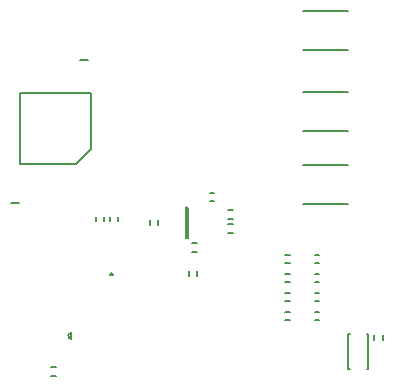
<source format=gbo>
G04 Layer_Color=32896*
%FSLAX24Y24*%
%MOIN*%
G70*
G01*
G75*
%ADD48C,0.0079*%
%ADD84C,0.0039*%
D48*
X3455Y1832D02*
G03*
X3455Y1645I0J-93D01*
G01*
X4867Y3770D02*
G03*
X4739Y3770I-64J0D01*
G01*
X11575Y3524D02*
X11732D01*
X11575Y3799D02*
X11732D01*
X10591D02*
X10748D01*
X10591Y3524D02*
X10748D01*
X11575Y2264D02*
X11732D01*
X11575Y2539D02*
X11732D01*
X10591D02*
X10748D01*
X10591Y2264D02*
X10748D01*
X11575Y2894D02*
X11732D01*
X11575Y3169D02*
X11732D01*
X10591Y3169D02*
X10748D01*
X10591Y2894D02*
X10748D01*
X5020Y5551D02*
Y5709D01*
X4744Y5551D02*
Y5709D01*
X3455Y1645D02*
Y1746D01*
Y1730D02*
Y1832D01*
X4739Y3770D02*
X4866D01*
X4740D02*
X4867D01*
X7289Y5010D02*
Y6033D01*
X7356Y5967D01*
Y5010D02*
Y5967D01*
X7289Y5010D02*
X7356D01*
X2795Y689D02*
X2953D01*
X2795Y413D02*
X2953D01*
X7480Y4547D02*
X7638D01*
X7480Y4823D02*
X7638D01*
X6358Y5433D02*
Y5591D01*
X6083Y5433D02*
Y5591D01*
X8071Y6240D02*
X8228D01*
X8071Y6516D02*
X8228D01*
X8701Y5177D02*
X8858D01*
X8701Y5453D02*
X8858D01*
X8701Y5650D02*
X8858D01*
X8701Y5925D02*
X8858D01*
X4272Y5551D02*
Y5709D01*
X4547Y5551D02*
Y5709D01*
X13839Y1614D02*
Y1772D01*
X13563Y1614D02*
Y1772D01*
X1437Y6181D02*
X1713D01*
X11181Y6122D02*
X12677D01*
X11181Y7421D02*
X12677D01*
X11181Y8563D02*
X12677D01*
X11181Y9862D02*
X12677D01*
X11181Y11280D02*
X12677D01*
X11181Y12579D02*
X12677D01*
X1746Y7474D02*
X3614D01*
X1746D02*
Y9848D01*
X4120D01*
Y7980D02*
Y9848D01*
X3614Y7474D02*
X4120Y7980D01*
X13317Y1791D02*
X13366D01*
Y650D02*
Y1791D01*
X12697D02*
X12746D01*
X12697Y650D02*
Y1791D01*
X13317Y650D02*
X13366D01*
X12697D02*
X12746D01*
X11575Y4429D02*
X11732D01*
X11575Y4154D02*
X11732D01*
X10591Y4429D02*
X10748D01*
X10591Y4154D02*
X10748D01*
X7657Y3740D02*
Y3898D01*
X7382Y3740D02*
Y3898D01*
X3760Y10945D02*
X4035D01*
D84*
X13337Y433D02*
G03*
X13337Y433I-20J0D01*
G01*
M02*

</source>
